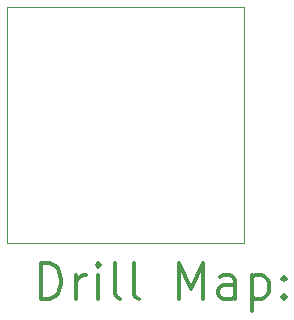
<source format=gbr>
%FSLAX45Y45*%
G04 Gerber Fmt 4.5, Leading zero omitted, Abs format (unit mm)*
G04 Created by KiCad (PCBNEW (5.1.10)-1) date 2021-06-08 20:20:54*
%MOMM*%
%LPD*%
G01*
G04 APERTURE LIST*
%TA.AperFunction,Profile*%
%ADD10C,0.050000*%
%TD*%
%ADD11C,0.200000*%
%ADD12C,0.300000*%
G04 APERTURE END LIST*
D10*
X5500000Y-3500000D02*
X5500000Y-5500000D01*
X5500000Y-5500000D02*
X7500000Y-5500000D01*
X7500000Y-3500000D02*
X7500000Y-5500000D01*
X5500000Y-3500000D02*
X7500000Y-3500000D01*
D11*
D12*
X5783928Y-5968214D02*
X5783928Y-5668214D01*
X5855357Y-5668214D01*
X5898214Y-5682500D01*
X5926786Y-5711071D01*
X5941071Y-5739643D01*
X5955357Y-5796786D01*
X5955357Y-5839643D01*
X5941071Y-5896786D01*
X5926786Y-5925357D01*
X5898214Y-5953929D01*
X5855357Y-5968214D01*
X5783928Y-5968214D01*
X6083928Y-5968214D02*
X6083928Y-5768214D01*
X6083928Y-5825357D02*
X6098214Y-5796786D01*
X6112500Y-5782500D01*
X6141071Y-5768214D01*
X6169643Y-5768214D01*
X6269643Y-5968214D02*
X6269643Y-5768214D01*
X6269643Y-5668214D02*
X6255357Y-5682500D01*
X6269643Y-5696786D01*
X6283928Y-5682500D01*
X6269643Y-5668214D01*
X6269643Y-5696786D01*
X6455357Y-5968214D02*
X6426786Y-5953929D01*
X6412500Y-5925357D01*
X6412500Y-5668214D01*
X6612500Y-5968214D02*
X6583928Y-5953929D01*
X6569643Y-5925357D01*
X6569643Y-5668214D01*
X6955357Y-5968214D02*
X6955357Y-5668214D01*
X7055357Y-5882500D01*
X7155357Y-5668214D01*
X7155357Y-5968214D01*
X7426786Y-5968214D02*
X7426786Y-5811071D01*
X7412500Y-5782500D01*
X7383928Y-5768214D01*
X7326786Y-5768214D01*
X7298214Y-5782500D01*
X7426786Y-5953929D02*
X7398214Y-5968214D01*
X7326786Y-5968214D01*
X7298214Y-5953929D01*
X7283928Y-5925357D01*
X7283928Y-5896786D01*
X7298214Y-5868214D01*
X7326786Y-5853929D01*
X7398214Y-5853929D01*
X7426786Y-5839643D01*
X7569643Y-5768214D02*
X7569643Y-6068214D01*
X7569643Y-5782500D02*
X7598214Y-5768214D01*
X7655357Y-5768214D01*
X7683928Y-5782500D01*
X7698214Y-5796786D01*
X7712500Y-5825357D01*
X7712500Y-5911071D01*
X7698214Y-5939643D01*
X7683928Y-5953929D01*
X7655357Y-5968214D01*
X7598214Y-5968214D01*
X7569643Y-5953929D01*
X7841071Y-5939643D02*
X7855357Y-5953929D01*
X7841071Y-5968214D01*
X7826786Y-5953929D01*
X7841071Y-5939643D01*
X7841071Y-5968214D01*
X7841071Y-5782500D02*
X7855357Y-5796786D01*
X7841071Y-5811071D01*
X7826786Y-5796786D01*
X7841071Y-5782500D01*
X7841071Y-5811071D01*
M02*

</source>
